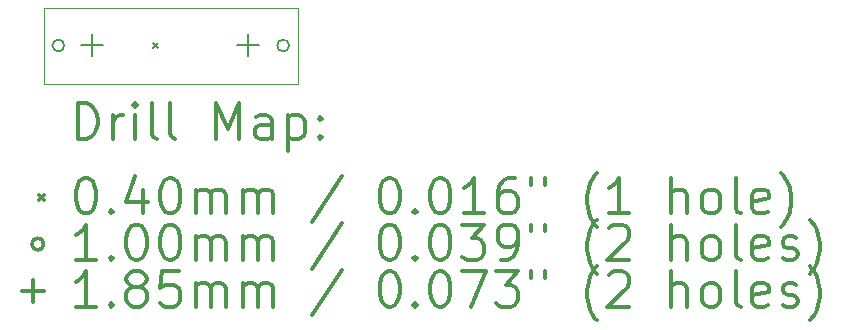
<source format=gbr>
%FSLAX45Y45*%
G04 Gerber Fmt 4.5, Leading zero omitted, Abs format (unit mm)*
G04 Created by KiCad (PCBNEW (5.1.6)-1) date 2022-10-20 16:59:28*
%MOMM*%
%LPD*%
G01*
G04 APERTURE LIST*
%TA.AperFunction,Profile*%
%ADD10C,0.050000*%
%TD*%
%ADD11C,0.200000*%
%ADD12C,0.300000*%
G04 APERTURE END LIST*
D10*
X14097000Y-9842500D02*
X16245840Y-9842500D01*
X14097000Y-10482580D02*
X14097000Y-9842500D01*
X16245840Y-10482580D02*
X14097000Y-10482580D01*
X16245840Y-9842500D02*
X16245840Y-10482580D01*
D11*
X15018800Y-10142000D02*
X15058800Y-10182000D01*
X15058800Y-10142000D02*
X15018800Y-10182000D01*
X16171380Y-10160000D02*
G75*
G03*
X16171380Y-10160000I-50000J0D01*
G01*
X14268920Y-10160000D02*
G75*
G03*
X14268920Y-10160000I-50000J0D01*
G01*
X14505940Y-10064960D02*
X14505940Y-10249960D01*
X14413440Y-10157460D02*
X14598440Y-10157460D01*
X15825940Y-10064960D02*
X15825940Y-10249960D01*
X15733440Y-10157460D02*
X15918440Y-10157460D01*
D12*
X14380928Y-10950794D02*
X14380928Y-10650794D01*
X14452357Y-10650794D01*
X14495214Y-10665080D01*
X14523786Y-10693652D01*
X14538071Y-10722223D01*
X14552357Y-10779366D01*
X14552357Y-10822223D01*
X14538071Y-10879366D01*
X14523786Y-10907937D01*
X14495214Y-10936509D01*
X14452357Y-10950794D01*
X14380928Y-10950794D01*
X14680928Y-10950794D02*
X14680928Y-10750794D01*
X14680928Y-10807937D02*
X14695214Y-10779366D01*
X14709500Y-10765080D01*
X14738071Y-10750794D01*
X14766643Y-10750794D01*
X14866643Y-10950794D02*
X14866643Y-10750794D01*
X14866643Y-10650794D02*
X14852357Y-10665080D01*
X14866643Y-10679366D01*
X14880928Y-10665080D01*
X14866643Y-10650794D01*
X14866643Y-10679366D01*
X15052357Y-10950794D02*
X15023786Y-10936509D01*
X15009500Y-10907937D01*
X15009500Y-10650794D01*
X15209500Y-10950794D02*
X15180928Y-10936509D01*
X15166643Y-10907937D01*
X15166643Y-10650794D01*
X15552357Y-10950794D02*
X15552357Y-10650794D01*
X15652357Y-10865080D01*
X15752357Y-10650794D01*
X15752357Y-10950794D01*
X16023786Y-10950794D02*
X16023786Y-10793652D01*
X16009500Y-10765080D01*
X15980928Y-10750794D01*
X15923786Y-10750794D01*
X15895214Y-10765080D01*
X16023786Y-10936509D02*
X15995214Y-10950794D01*
X15923786Y-10950794D01*
X15895214Y-10936509D01*
X15880928Y-10907937D01*
X15880928Y-10879366D01*
X15895214Y-10850794D01*
X15923786Y-10836509D01*
X15995214Y-10836509D01*
X16023786Y-10822223D01*
X16166643Y-10750794D02*
X16166643Y-11050794D01*
X16166643Y-10765080D02*
X16195214Y-10750794D01*
X16252357Y-10750794D01*
X16280928Y-10765080D01*
X16295214Y-10779366D01*
X16309500Y-10807937D01*
X16309500Y-10893652D01*
X16295214Y-10922223D01*
X16280928Y-10936509D01*
X16252357Y-10950794D01*
X16195214Y-10950794D01*
X16166643Y-10936509D01*
X16438071Y-10922223D02*
X16452357Y-10936509D01*
X16438071Y-10950794D01*
X16423786Y-10936509D01*
X16438071Y-10922223D01*
X16438071Y-10950794D01*
X16438071Y-10765080D02*
X16452357Y-10779366D01*
X16438071Y-10793652D01*
X16423786Y-10779366D01*
X16438071Y-10765080D01*
X16438071Y-10793652D01*
X14054500Y-11425080D02*
X14094500Y-11465080D01*
X14094500Y-11425080D02*
X14054500Y-11465080D01*
X14438071Y-11280794D02*
X14466643Y-11280794D01*
X14495214Y-11295080D01*
X14509500Y-11309366D01*
X14523786Y-11337937D01*
X14538071Y-11395080D01*
X14538071Y-11466509D01*
X14523786Y-11523651D01*
X14509500Y-11552223D01*
X14495214Y-11566509D01*
X14466643Y-11580794D01*
X14438071Y-11580794D01*
X14409500Y-11566509D01*
X14395214Y-11552223D01*
X14380928Y-11523651D01*
X14366643Y-11466509D01*
X14366643Y-11395080D01*
X14380928Y-11337937D01*
X14395214Y-11309366D01*
X14409500Y-11295080D01*
X14438071Y-11280794D01*
X14666643Y-11552223D02*
X14680928Y-11566509D01*
X14666643Y-11580794D01*
X14652357Y-11566509D01*
X14666643Y-11552223D01*
X14666643Y-11580794D01*
X14938071Y-11380794D02*
X14938071Y-11580794D01*
X14866643Y-11266509D02*
X14795214Y-11480794D01*
X14980928Y-11480794D01*
X15152357Y-11280794D02*
X15180928Y-11280794D01*
X15209500Y-11295080D01*
X15223786Y-11309366D01*
X15238071Y-11337937D01*
X15252357Y-11395080D01*
X15252357Y-11466509D01*
X15238071Y-11523651D01*
X15223786Y-11552223D01*
X15209500Y-11566509D01*
X15180928Y-11580794D01*
X15152357Y-11580794D01*
X15123786Y-11566509D01*
X15109500Y-11552223D01*
X15095214Y-11523651D01*
X15080928Y-11466509D01*
X15080928Y-11395080D01*
X15095214Y-11337937D01*
X15109500Y-11309366D01*
X15123786Y-11295080D01*
X15152357Y-11280794D01*
X15380928Y-11580794D02*
X15380928Y-11380794D01*
X15380928Y-11409366D02*
X15395214Y-11395080D01*
X15423786Y-11380794D01*
X15466643Y-11380794D01*
X15495214Y-11395080D01*
X15509500Y-11423651D01*
X15509500Y-11580794D01*
X15509500Y-11423651D02*
X15523786Y-11395080D01*
X15552357Y-11380794D01*
X15595214Y-11380794D01*
X15623786Y-11395080D01*
X15638071Y-11423651D01*
X15638071Y-11580794D01*
X15780928Y-11580794D02*
X15780928Y-11380794D01*
X15780928Y-11409366D02*
X15795214Y-11395080D01*
X15823786Y-11380794D01*
X15866643Y-11380794D01*
X15895214Y-11395080D01*
X15909500Y-11423651D01*
X15909500Y-11580794D01*
X15909500Y-11423651D02*
X15923786Y-11395080D01*
X15952357Y-11380794D01*
X15995214Y-11380794D01*
X16023786Y-11395080D01*
X16038071Y-11423651D01*
X16038071Y-11580794D01*
X16623786Y-11266509D02*
X16366643Y-11652223D01*
X17009500Y-11280794D02*
X17038071Y-11280794D01*
X17066643Y-11295080D01*
X17080928Y-11309366D01*
X17095214Y-11337937D01*
X17109500Y-11395080D01*
X17109500Y-11466509D01*
X17095214Y-11523651D01*
X17080928Y-11552223D01*
X17066643Y-11566509D01*
X17038071Y-11580794D01*
X17009500Y-11580794D01*
X16980928Y-11566509D01*
X16966643Y-11552223D01*
X16952357Y-11523651D01*
X16938071Y-11466509D01*
X16938071Y-11395080D01*
X16952357Y-11337937D01*
X16966643Y-11309366D01*
X16980928Y-11295080D01*
X17009500Y-11280794D01*
X17238071Y-11552223D02*
X17252357Y-11566509D01*
X17238071Y-11580794D01*
X17223786Y-11566509D01*
X17238071Y-11552223D01*
X17238071Y-11580794D01*
X17438071Y-11280794D02*
X17466643Y-11280794D01*
X17495214Y-11295080D01*
X17509500Y-11309366D01*
X17523786Y-11337937D01*
X17538071Y-11395080D01*
X17538071Y-11466509D01*
X17523786Y-11523651D01*
X17509500Y-11552223D01*
X17495214Y-11566509D01*
X17466643Y-11580794D01*
X17438071Y-11580794D01*
X17409500Y-11566509D01*
X17395214Y-11552223D01*
X17380928Y-11523651D01*
X17366643Y-11466509D01*
X17366643Y-11395080D01*
X17380928Y-11337937D01*
X17395214Y-11309366D01*
X17409500Y-11295080D01*
X17438071Y-11280794D01*
X17823786Y-11580794D02*
X17652357Y-11580794D01*
X17738071Y-11580794D02*
X17738071Y-11280794D01*
X17709500Y-11323651D01*
X17680928Y-11352223D01*
X17652357Y-11366509D01*
X18080928Y-11280794D02*
X18023786Y-11280794D01*
X17995214Y-11295080D01*
X17980928Y-11309366D01*
X17952357Y-11352223D01*
X17938071Y-11409366D01*
X17938071Y-11523651D01*
X17952357Y-11552223D01*
X17966643Y-11566509D01*
X17995214Y-11580794D01*
X18052357Y-11580794D01*
X18080928Y-11566509D01*
X18095214Y-11552223D01*
X18109500Y-11523651D01*
X18109500Y-11452223D01*
X18095214Y-11423651D01*
X18080928Y-11409366D01*
X18052357Y-11395080D01*
X17995214Y-11395080D01*
X17966643Y-11409366D01*
X17952357Y-11423651D01*
X17938071Y-11452223D01*
X18223786Y-11280794D02*
X18223786Y-11337937D01*
X18338071Y-11280794D02*
X18338071Y-11337937D01*
X18780928Y-11695080D02*
X18766643Y-11680794D01*
X18738071Y-11637937D01*
X18723786Y-11609366D01*
X18709500Y-11566509D01*
X18695214Y-11495080D01*
X18695214Y-11437937D01*
X18709500Y-11366509D01*
X18723786Y-11323651D01*
X18738071Y-11295080D01*
X18766643Y-11252223D01*
X18780928Y-11237937D01*
X19052357Y-11580794D02*
X18880928Y-11580794D01*
X18966643Y-11580794D02*
X18966643Y-11280794D01*
X18938071Y-11323651D01*
X18909500Y-11352223D01*
X18880928Y-11366509D01*
X19409500Y-11580794D02*
X19409500Y-11280794D01*
X19538071Y-11580794D02*
X19538071Y-11423651D01*
X19523786Y-11395080D01*
X19495214Y-11380794D01*
X19452357Y-11380794D01*
X19423786Y-11395080D01*
X19409500Y-11409366D01*
X19723786Y-11580794D02*
X19695214Y-11566509D01*
X19680928Y-11552223D01*
X19666643Y-11523651D01*
X19666643Y-11437937D01*
X19680928Y-11409366D01*
X19695214Y-11395080D01*
X19723786Y-11380794D01*
X19766643Y-11380794D01*
X19795214Y-11395080D01*
X19809500Y-11409366D01*
X19823786Y-11437937D01*
X19823786Y-11523651D01*
X19809500Y-11552223D01*
X19795214Y-11566509D01*
X19766643Y-11580794D01*
X19723786Y-11580794D01*
X19995214Y-11580794D02*
X19966643Y-11566509D01*
X19952357Y-11537937D01*
X19952357Y-11280794D01*
X20223786Y-11566509D02*
X20195214Y-11580794D01*
X20138071Y-11580794D01*
X20109500Y-11566509D01*
X20095214Y-11537937D01*
X20095214Y-11423651D01*
X20109500Y-11395080D01*
X20138071Y-11380794D01*
X20195214Y-11380794D01*
X20223786Y-11395080D01*
X20238071Y-11423651D01*
X20238071Y-11452223D01*
X20095214Y-11480794D01*
X20338071Y-11695080D02*
X20352357Y-11680794D01*
X20380928Y-11637937D01*
X20395214Y-11609366D01*
X20409500Y-11566509D01*
X20423786Y-11495080D01*
X20423786Y-11437937D01*
X20409500Y-11366509D01*
X20395214Y-11323651D01*
X20380928Y-11295080D01*
X20352357Y-11252223D01*
X20338071Y-11237937D01*
X14094500Y-11841080D02*
G75*
G03*
X14094500Y-11841080I-50000J0D01*
G01*
X14538071Y-11976794D02*
X14366643Y-11976794D01*
X14452357Y-11976794D02*
X14452357Y-11676794D01*
X14423786Y-11719651D01*
X14395214Y-11748223D01*
X14366643Y-11762509D01*
X14666643Y-11948223D02*
X14680928Y-11962509D01*
X14666643Y-11976794D01*
X14652357Y-11962509D01*
X14666643Y-11948223D01*
X14666643Y-11976794D01*
X14866643Y-11676794D02*
X14895214Y-11676794D01*
X14923786Y-11691080D01*
X14938071Y-11705366D01*
X14952357Y-11733937D01*
X14966643Y-11791080D01*
X14966643Y-11862509D01*
X14952357Y-11919651D01*
X14938071Y-11948223D01*
X14923786Y-11962509D01*
X14895214Y-11976794D01*
X14866643Y-11976794D01*
X14838071Y-11962509D01*
X14823786Y-11948223D01*
X14809500Y-11919651D01*
X14795214Y-11862509D01*
X14795214Y-11791080D01*
X14809500Y-11733937D01*
X14823786Y-11705366D01*
X14838071Y-11691080D01*
X14866643Y-11676794D01*
X15152357Y-11676794D02*
X15180928Y-11676794D01*
X15209500Y-11691080D01*
X15223786Y-11705366D01*
X15238071Y-11733937D01*
X15252357Y-11791080D01*
X15252357Y-11862509D01*
X15238071Y-11919651D01*
X15223786Y-11948223D01*
X15209500Y-11962509D01*
X15180928Y-11976794D01*
X15152357Y-11976794D01*
X15123786Y-11962509D01*
X15109500Y-11948223D01*
X15095214Y-11919651D01*
X15080928Y-11862509D01*
X15080928Y-11791080D01*
X15095214Y-11733937D01*
X15109500Y-11705366D01*
X15123786Y-11691080D01*
X15152357Y-11676794D01*
X15380928Y-11976794D02*
X15380928Y-11776794D01*
X15380928Y-11805366D02*
X15395214Y-11791080D01*
X15423786Y-11776794D01*
X15466643Y-11776794D01*
X15495214Y-11791080D01*
X15509500Y-11819651D01*
X15509500Y-11976794D01*
X15509500Y-11819651D02*
X15523786Y-11791080D01*
X15552357Y-11776794D01*
X15595214Y-11776794D01*
X15623786Y-11791080D01*
X15638071Y-11819651D01*
X15638071Y-11976794D01*
X15780928Y-11976794D02*
X15780928Y-11776794D01*
X15780928Y-11805366D02*
X15795214Y-11791080D01*
X15823786Y-11776794D01*
X15866643Y-11776794D01*
X15895214Y-11791080D01*
X15909500Y-11819651D01*
X15909500Y-11976794D01*
X15909500Y-11819651D02*
X15923786Y-11791080D01*
X15952357Y-11776794D01*
X15995214Y-11776794D01*
X16023786Y-11791080D01*
X16038071Y-11819651D01*
X16038071Y-11976794D01*
X16623786Y-11662509D02*
X16366643Y-12048223D01*
X17009500Y-11676794D02*
X17038071Y-11676794D01*
X17066643Y-11691080D01*
X17080928Y-11705366D01*
X17095214Y-11733937D01*
X17109500Y-11791080D01*
X17109500Y-11862509D01*
X17095214Y-11919651D01*
X17080928Y-11948223D01*
X17066643Y-11962509D01*
X17038071Y-11976794D01*
X17009500Y-11976794D01*
X16980928Y-11962509D01*
X16966643Y-11948223D01*
X16952357Y-11919651D01*
X16938071Y-11862509D01*
X16938071Y-11791080D01*
X16952357Y-11733937D01*
X16966643Y-11705366D01*
X16980928Y-11691080D01*
X17009500Y-11676794D01*
X17238071Y-11948223D02*
X17252357Y-11962509D01*
X17238071Y-11976794D01*
X17223786Y-11962509D01*
X17238071Y-11948223D01*
X17238071Y-11976794D01*
X17438071Y-11676794D02*
X17466643Y-11676794D01*
X17495214Y-11691080D01*
X17509500Y-11705366D01*
X17523786Y-11733937D01*
X17538071Y-11791080D01*
X17538071Y-11862509D01*
X17523786Y-11919651D01*
X17509500Y-11948223D01*
X17495214Y-11962509D01*
X17466643Y-11976794D01*
X17438071Y-11976794D01*
X17409500Y-11962509D01*
X17395214Y-11948223D01*
X17380928Y-11919651D01*
X17366643Y-11862509D01*
X17366643Y-11791080D01*
X17380928Y-11733937D01*
X17395214Y-11705366D01*
X17409500Y-11691080D01*
X17438071Y-11676794D01*
X17638071Y-11676794D02*
X17823786Y-11676794D01*
X17723786Y-11791080D01*
X17766643Y-11791080D01*
X17795214Y-11805366D01*
X17809500Y-11819651D01*
X17823786Y-11848223D01*
X17823786Y-11919651D01*
X17809500Y-11948223D01*
X17795214Y-11962509D01*
X17766643Y-11976794D01*
X17680928Y-11976794D01*
X17652357Y-11962509D01*
X17638071Y-11948223D01*
X17966643Y-11976794D02*
X18023786Y-11976794D01*
X18052357Y-11962509D01*
X18066643Y-11948223D01*
X18095214Y-11905366D01*
X18109500Y-11848223D01*
X18109500Y-11733937D01*
X18095214Y-11705366D01*
X18080928Y-11691080D01*
X18052357Y-11676794D01*
X17995214Y-11676794D01*
X17966643Y-11691080D01*
X17952357Y-11705366D01*
X17938071Y-11733937D01*
X17938071Y-11805366D01*
X17952357Y-11833937D01*
X17966643Y-11848223D01*
X17995214Y-11862509D01*
X18052357Y-11862509D01*
X18080928Y-11848223D01*
X18095214Y-11833937D01*
X18109500Y-11805366D01*
X18223786Y-11676794D02*
X18223786Y-11733937D01*
X18338071Y-11676794D02*
X18338071Y-11733937D01*
X18780928Y-12091080D02*
X18766643Y-12076794D01*
X18738071Y-12033937D01*
X18723786Y-12005366D01*
X18709500Y-11962509D01*
X18695214Y-11891080D01*
X18695214Y-11833937D01*
X18709500Y-11762509D01*
X18723786Y-11719651D01*
X18738071Y-11691080D01*
X18766643Y-11648223D01*
X18780928Y-11633937D01*
X18880928Y-11705366D02*
X18895214Y-11691080D01*
X18923786Y-11676794D01*
X18995214Y-11676794D01*
X19023786Y-11691080D01*
X19038071Y-11705366D01*
X19052357Y-11733937D01*
X19052357Y-11762509D01*
X19038071Y-11805366D01*
X18866643Y-11976794D01*
X19052357Y-11976794D01*
X19409500Y-11976794D02*
X19409500Y-11676794D01*
X19538071Y-11976794D02*
X19538071Y-11819651D01*
X19523786Y-11791080D01*
X19495214Y-11776794D01*
X19452357Y-11776794D01*
X19423786Y-11791080D01*
X19409500Y-11805366D01*
X19723786Y-11976794D02*
X19695214Y-11962509D01*
X19680928Y-11948223D01*
X19666643Y-11919651D01*
X19666643Y-11833937D01*
X19680928Y-11805366D01*
X19695214Y-11791080D01*
X19723786Y-11776794D01*
X19766643Y-11776794D01*
X19795214Y-11791080D01*
X19809500Y-11805366D01*
X19823786Y-11833937D01*
X19823786Y-11919651D01*
X19809500Y-11948223D01*
X19795214Y-11962509D01*
X19766643Y-11976794D01*
X19723786Y-11976794D01*
X19995214Y-11976794D02*
X19966643Y-11962509D01*
X19952357Y-11933937D01*
X19952357Y-11676794D01*
X20223786Y-11962509D02*
X20195214Y-11976794D01*
X20138071Y-11976794D01*
X20109500Y-11962509D01*
X20095214Y-11933937D01*
X20095214Y-11819651D01*
X20109500Y-11791080D01*
X20138071Y-11776794D01*
X20195214Y-11776794D01*
X20223786Y-11791080D01*
X20238071Y-11819651D01*
X20238071Y-11848223D01*
X20095214Y-11876794D01*
X20352357Y-11962509D02*
X20380928Y-11976794D01*
X20438071Y-11976794D01*
X20466643Y-11962509D01*
X20480928Y-11933937D01*
X20480928Y-11919651D01*
X20466643Y-11891080D01*
X20438071Y-11876794D01*
X20395214Y-11876794D01*
X20366643Y-11862509D01*
X20352357Y-11833937D01*
X20352357Y-11819651D01*
X20366643Y-11791080D01*
X20395214Y-11776794D01*
X20438071Y-11776794D01*
X20466643Y-11791080D01*
X20580928Y-12091080D02*
X20595214Y-12076794D01*
X20623786Y-12033937D01*
X20638071Y-12005366D01*
X20652357Y-11962509D01*
X20666643Y-11891080D01*
X20666643Y-11833937D01*
X20652357Y-11762509D01*
X20638071Y-11719651D01*
X20623786Y-11691080D01*
X20595214Y-11648223D01*
X20580928Y-11633937D01*
X14002000Y-12144580D02*
X14002000Y-12329580D01*
X13909500Y-12237080D02*
X14094500Y-12237080D01*
X14538071Y-12372794D02*
X14366643Y-12372794D01*
X14452357Y-12372794D02*
X14452357Y-12072794D01*
X14423786Y-12115651D01*
X14395214Y-12144223D01*
X14366643Y-12158509D01*
X14666643Y-12344223D02*
X14680928Y-12358509D01*
X14666643Y-12372794D01*
X14652357Y-12358509D01*
X14666643Y-12344223D01*
X14666643Y-12372794D01*
X14852357Y-12201366D02*
X14823786Y-12187080D01*
X14809500Y-12172794D01*
X14795214Y-12144223D01*
X14795214Y-12129937D01*
X14809500Y-12101366D01*
X14823786Y-12087080D01*
X14852357Y-12072794D01*
X14909500Y-12072794D01*
X14938071Y-12087080D01*
X14952357Y-12101366D01*
X14966643Y-12129937D01*
X14966643Y-12144223D01*
X14952357Y-12172794D01*
X14938071Y-12187080D01*
X14909500Y-12201366D01*
X14852357Y-12201366D01*
X14823786Y-12215651D01*
X14809500Y-12229937D01*
X14795214Y-12258509D01*
X14795214Y-12315651D01*
X14809500Y-12344223D01*
X14823786Y-12358509D01*
X14852357Y-12372794D01*
X14909500Y-12372794D01*
X14938071Y-12358509D01*
X14952357Y-12344223D01*
X14966643Y-12315651D01*
X14966643Y-12258509D01*
X14952357Y-12229937D01*
X14938071Y-12215651D01*
X14909500Y-12201366D01*
X15238071Y-12072794D02*
X15095214Y-12072794D01*
X15080928Y-12215651D01*
X15095214Y-12201366D01*
X15123786Y-12187080D01*
X15195214Y-12187080D01*
X15223786Y-12201366D01*
X15238071Y-12215651D01*
X15252357Y-12244223D01*
X15252357Y-12315651D01*
X15238071Y-12344223D01*
X15223786Y-12358509D01*
X15195214Y-12372794D01*
X15123786Y-12372794D01*
X15095214Y-12358509D01*
X15080928Y-12344223D01*
X15380928Y-12372794D02*
X15380928Y-12172794D01*
X15380928Y-12201366D02*
X15395214Y-12187080D01*
X15423786Y-12172794D01*
X15466643Y-12172794D01*
X15495214Y-12187080D01*
X15509500Y-12215651D01*
X15509500Y-12372794D01*
X15509500Y-12215651D02*
X15523786Y-12187080D01*
X15552357Y-12172794D01*
X15595214Y-12172794D01*
X15623786Y-12187080D01*
X15638071Y-12215651D01*
X15638071Y-12372794D01*
X15780928Y-12372794D02*
X15780928Y-12172794D01*
X15780928Y-12201366D02*
X15795214Y-12187080D01*
X15823786Y-12172794D01*
X15866643Y-12172794D01*
X15895214Y-12187080D01*
X15909500Y-12215651D01*
X15909500Y-12372794D01*
X15909500Y-12215651D02*
X15923786Y-12187080D01*
X15952357Y-12172794D01*
X15995214Y-12172794D01*
X16023786Y-12187080D01*
X16038071Y-12215651D01*
X16038071Y-12372794D01*
X16623786Y-12058509D02*
X16366643Y-12444223D01*
X17009500Y-12072794D02*
X17038071Y-12072794D01*
X17066643Y-12087080D01*
X17080928Y-12101366D01*
X17095214Y-12129937D01*
X17109500Y-12187080D01*
X17109500Y-12258509D01*
X17095214Y-12315651D01*
X17080928Y-12344223D01*
X17066643Y-12358509D01*
X17038071Y-12372794D01*
X17009500Y-12372794D01*
X16980928Y-12358509D01*
X16966643Y-12344223D01*
X16952357Y-12315651D01*
X16938071Y-12258509D01*
X16938071Y-12187080D01*
X16952357Y-12129937D01*
X16966643Y-12101366D01*
X16980928Y-12087080D01*
X17009500Y-12072794D01*
X17238071Y-12344223D02*
X17252357Y-12358509D01*
X17238071Y-12372794D01*
X17223786Y-12358509D01*
X17238071Y-12344223D01*
X17238071Y-12372794D01*
X17438071Y-12072794D02*
X17466643Y-12072794D01*
X17495214Y-12087080D01*
X17509500Y-12101366D01*
X17523786Y-12129937D01*
X17538071Y-12187080D01*
X17538071Y-12258509D01*
X17523786Y-12315651D01*
X17509500Y-12344223D01*
X17495214Y-12358509D01*
X17466643Y-12372794D01*
X17438071Y-12372794D01*
X17409500Y-12358509D01*
X17395214Y-12344223D01*
X17380928Y-12315651D01*
X17366643Y-12258509D01*
X17366643Y-12187080D01*
X17380928Y-12129937D01*
X17395214Y-12101366D01*
X17409500Y-12087080D01*
X17438071Y-12072794D01*
X17638071Y-12072794D02*
X17838071Y-12072794D01*
X17709500Y-12372794D01*
X17923786Y-12072794D02*
X18109500Y-12072794D01*
X18009500Y-12187080D01*
X18052357Y-12187080D01*
X18080928Y-12201366D01*
X18095214Y-12215651D01*
X18109500Y-12244223D01*
X18109500Y-12315651D01*
X18095214Y-12344223D01*
X18080928Y-12358509D01*
X18052357Y-12372794D01*
X17966643Y-12372794D01*
X17938071Y-12358509D01*
X17923786Y-12344223D01*
X18223786Y-12072794D02*
X18223786Y-12129937D01*
X18338071Y-12072794D02*
X18338071Y-12129937D01*
X18780928Y-12487080D02*
X18766643Y-12472794D01*
X18738071Y-12429937D01*
X18723786Y-12401366D01*
X18709500Y-12358509D01*
X18695214Y-12287080D01*
X18695214Y-12229937D01*
X18709500Y-12158509D01*
X18723786Y-12115651D01*
X18738071Y-12087080D01*
X18766643Y-12044223D01*
X18780928Y-12029937D01*
X18880928Y-12101366D02*
X18895214Y-12087080D01*
X18923786Y-12072794D01*
X18995214Y-12072794D01*
X19023786Y-12087080D01*
X19038071Y-12101366D01*
X19052357Y-12129937D01*
X19052357Y-12158509D01*
X19038071Y-12201366D01*
X18866643Y-12372794D01*
X19052357Y-12372794D01*
X19409500Y-12372794D02*
X19409500Y-12072794D01*
X19538071Y-12372794D02*
X19538071Y-12215651D01*
X19523786Y-12187080D01*
X19495214Y-12172794D01*
X19452357Y-12172794D01*
X19423786Y-12187080D01*
X19409500Y-12201366D01*
X19723786Y-12372794D02*
X19695214Y-12358509D01*
X19680928Y-12344223D01*
X19666643Y-12315651D01*
X19666643Y-12229937D01*
X19680928Y-12201366D01*
X19695214Y-12187080D01*
X19723786Y-12172794D01*
X19766643Y-12172794D01*
X19795214Y-12187080D01*
X19809500Y-12201366D01*
X19823786Y-12229937D01*
X19823786Y-12315651D01*
X19809500Y-12344223D01*
X19795214Y-12358509D01*
X19766643Y-12372794D01*
X19723786Y-12372794D01*
X19995214Y-12372794D02*
X19966643Y-12358509D01*
X19952357Y-12329937D01*
X19952357Y-12072794D01*
X20223786Y-12358509D02*
X20195214Y-12372794D01*
X20138071Y-12372794D01*
X20109500Y-12358509D01*
X20095214Y-12329937D01*
X20095214Y-12215651D01*
X20109500Y-12187080D01*
X20138071Y-12172794D01*
X20195214Y-12172794D01*
X20223786Y-12187080D01*
X20238071Y-12215651D01*
X20238071Y-12244223D01*
X20095214Y-12272794D01*
X20352357Y-12358509D02*
X20380928Y-12372794D01*
X20438071Y-12372794D01*
X20466643Y-12358509D01*
X20480928Y-12329937D01*
X20480928Y-12315651D01*
X20466643Y-12287080D01*
X20438071Y-12272794D01*
X20395214Y-12272794D01*
X20366643Y-12258509D01*
X20352357Y-12229937D01*
X20352357Y-12215651D01*
X20366643Y-12187080D01*
X20395214Y-12172794D01*
X20438071Y-12172794D01*
X20466643Y-12187080D01*
X20580928Y-12487080D02*
X20595214Y-12472794D01*
X20623786Y-12429937D01*
X20638071Y-12401366D01*
X20652357Y-12358509D01*
X20666643Y-12287080D01*
X20666643Y-12229937D01*
X20652357Y-12158509D01*
X20638071Y-12115651D01*
X20623786Y-12087080D01*
X20595214Y-12044223D01*
X20580928Y-12029937D01*
M02*

</source>
